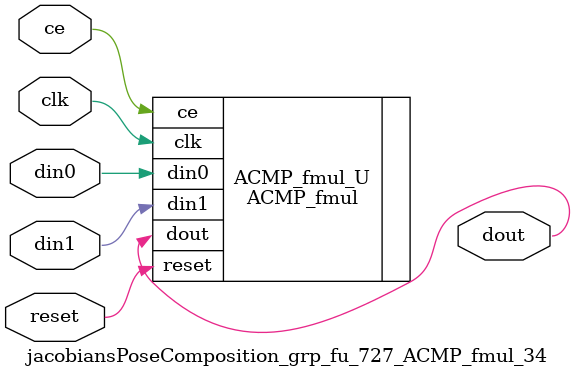
<source format=v>

`timescale 1 ns / 1 ps
module jacobiansPoseComposition_grp_fu_727_ACMP_fmul_34(
    clk,
    reset,
    ce,
    din0,
    din1,
    dout);

parameter ID = 32'd1;
parameter NUM_STAGE = 32'd1;
parameter din0_WIDTH = 32'd1;
parameter din1_WIDTH = 32'd1;
parameter dout_WIDTH = 32'd1;
input clk;
input reset;
input ce;
input[din0_WIDTH - 1:0] din0;
input[din1_WIDTH - 1:0] din1;
output[dout_WIDTH - 1:0] dout;



ACMP_fmul #(
.ID( ID ),
.NUM_STAGE( 4 ),
.din0_WIDTH( din0_WIDTH ),
.din1_WIDTH( din1_WIDTH ),
.dout_WIDTH( dout_WIDTH ))
ACMP_fmul_U(
    .clk( clk ),
    .reset( reset ),
    .ce( ce ),
    .din0( din0 ),
    .din1( din1 ),
    .dout( dout ));

endmodule

</source>
